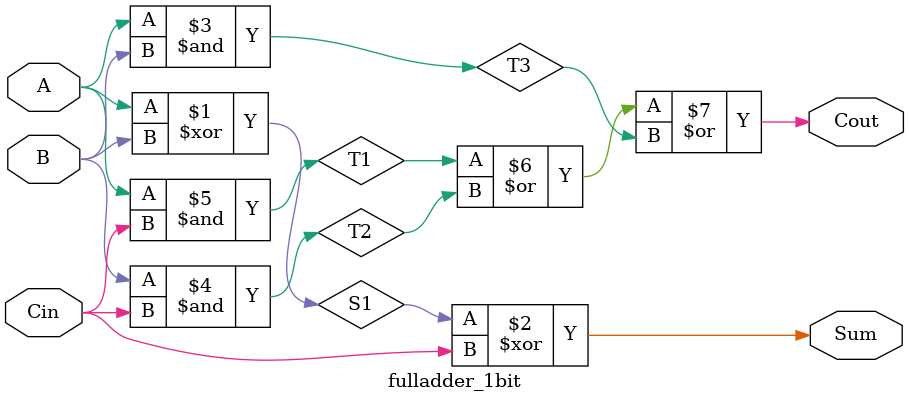
<source format=v>
`timescale 1ns / 1ps


module fulladder_1bit(input A, input B, input Cin, output Sum, output Cout);
    
        wire T1,T2,T3,S1;
        xor x1 (S1, A, B);
        xor x2 (Sum, S1, Cin);
        and A1 (T3, A, B );
        and A2 (T2, B, Cin);
        and A3 (T1, A, Cin);
        or O1(Cout,T1,T2,T3);
endmodule

</source>
